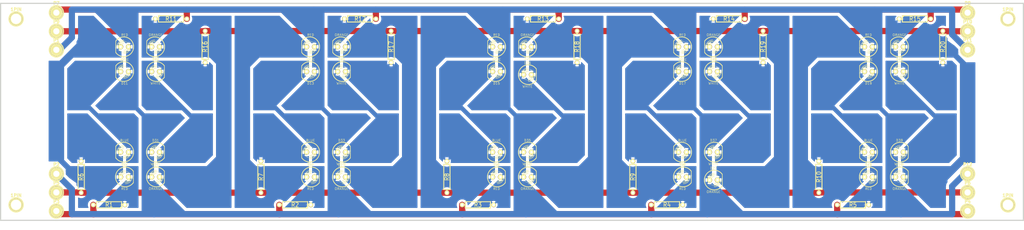
<source format=kicad_pcb>
(kicad_pcb (version 3) (host pcbnew "(22-Jun-2014 BZR 4027)-stable")
  (layers (15 Front signal) (0 Back signal) (18 B.Paste user) (19 F.Paste user) (20 B.SilkS user) (21 F.SilkS user) (22 B.Mask user) (23 F.Mask user) (28 Edge.Cuts user))
  (net 0 "")
  (net 1 /+12V)
  (net 2 /BLUE)
  (net 3 /ORANGE)
  (net 4 /RED)
  (net 5 /WHITE)
  (net 6 N-000001)
  (net 7 N-0000010)
  (net 8 N-0000011)
  (net 9 N-0000012)
  (net 10 N-0000013)
  (net 11 N-0000014)
  (net 12 N-0000015)
  (net 13 N-0000016)
  (net 14 N-0000017)
  (net 15 N-0000018)
  (net 16 N-000002)
  (net 17 N-0000020)
  (net 18 N-0000021)
  (net 19 N-0000022)
  (net 20 N-0000023)
  (net 21 N-0000024)
  (net 22 N-0000025)
  (net 23 N-0000026)
  (net 24 N-0000027)
  (net 25 N-0000028)
  (net 26 N-0000029)
  (net 27 N-000003)
  (net 28 N-0000030)
  (net 29 N-0000031)
  (net 30 N-0000032)
  (net 31 N-0000033)
  (net 32 N-0000034)
  (net 33 N-0000035)
  (net 34 N-0000036)
  (net 35 N-0000037)
  (net 36 N-0000038)
  (net 37 N-0000039)
  (net 38 N-000004)
  (net 39 N-0000040)
  (net 40 N-0000041)
  (net 41 N-000005)
  (net 42 N-000006)
  (net 43 N-000007)
  (net 44 N-000008)
  (net 45 N-000009)
  (module 1pin (layer Front) (at 325 65)
    (fp_text reference 1PIN (at 0 -3.048) (layer F.SilkS) (effects (font (size 1.016 1.016) (thickness 0.254))))
    (fp_text value P*** hide)
    (pad "" np_thru_hole circle (at 0 0) (size 4.064 4.064) (drill 3.3) (layers *.Cu *.Mask F.SilkS))
  )
  (module 1pin (layer Front) (at 325 5)
    (fp_text reference 1PIN (at 0 -3.048) (layer F.SilkS) (effects (font (size 1.016 1.016) (thickness 0.254))))
    (fp_text value P*** hide)
    (pad "" np_thru_hole circle (at 0 0) (size 4.064 4.064) (drill 3.3) (layers *.Cu *.Mask F.SilkS))
  )
  (module 1pin (layer Front) (at 5 65)
    (fp_text reference 1PIN (at 0 -3.048) (layer F.SilkS) (effects (font (size 1.016 1.016) (thickness 0.254))))
    (fp_text value P*** hide)
    (pad "" np_thru_hole circle (at 0 0) (size 4.064 4.064) (drill 3.3) (layers *.Cu *.Mask F.SilkS))
  )
  (module 1pin (layer Front) (at 5 5)
    (fp_text reference 1PIN (at 0 -3.048) (layer F.SilkS) (effects (font (size 1.016 1.016) (thickness 0.254))))
    (fp_text value P*** hide)
    (pad "" np_thru_hole circle (at 0 0) (size 4.064 4.064) (drill 3.3) (layers *.Cu *.Mask F.SilkS))
  )
  (module LED-5MM (layer Front) (at 280 56)
    (fp_text reference D10 (at 0 -3.81) (layer F.SilkS) (effects (font (size 0.762 0.762) (thickness 0.0889))))
    (fp_text value RED (at 0 3.81) (layer F.SilkS) (effects (font (size 0.762 0.762) (thickness 0.0889))))
    (pad 1 thru_hole circle (at -1.27 0) (size 1.6764 1.6764) (drill 0.8128) (layers *.Cu *.Mask F.SilkS) (net 9 N-0000012))
    (pad 2 thru_hole circle (at 1.27 0) (size 1.6764 1.6764) (drill 0.8128) (layers *.Cu *.Mask F.SilkS) (net 15 N-0000018))
  )
  (module LED-5MM (layer Front) (at 220 14 180)
    (fp_text reference D7 (at 0 -3.81 180) (layer F.SilkS) (effects (font (size 0.762 0.762) (thickness 0.0889))))
    (fp_text value RED (at 0 3.81 180) (layer F.SilkS) (effects (font (size 0.762 0.762) (thickness 0.0889))))
    (pad 1 thru_hole circle (at -1.27 0 180) (size 1.6764 1.6764) (drill 0.8128) (layers *.Cu *.Mask F.SilkS) (net 1 /+12V))
    (pad 2 thru_hole circle (at 1.27 0 180) (size 1.6764 1.6764) (drill 0.8128) (layers *.Cu *.Mask F.SilkS) (net 10 N-0000013))
  )
  (module LED-5MM (layer Front) (at 290 14 180)
    (fp_text reference D30 (at 0 -3.81 180) (layer F.SilkS) (effects (font (size 0.762 0.762) (thickness 0.0889))))
    (fp_text value ORANGE (at 0 3.81 180) (layer F.SilkS) (effects (font (size 0.762 0.762) (thickness 0.0889))))
    (pad 1 thru_hole circle (at -1.27 0 180) (size 1.6764 1.6764) (drill 0.8128) (layers *.Cu *.Mask F.SilkS) (net 7 N-0000010))
    (pad 2 thru_hole circle (at 1.27 0 180) (size 1.6764 1.6764) (drill 0.8128) (layers *.Cu *.Mask F.SilkS) (net 45 N-000009))
  )
  (module LED-5MM (layer Front) (at 220 56)
    (fp_text reference D8 (at 0 -3.81) (layer F.SilkS) (effects (font (size 0.762 0.762) (thickness 0.0889))))
    (fp_text value RED (at 0 3.81) (layer F.SilkS) (effects (font (size 0.762 0.762) (thickness 0.0889))))
    (pad 1 thru_hole circle (at -1.27 0) (size 1.6764 1.6764) (drill 0.8128) (layers *.Cu *.Mask F.SilkS) (net 10 N-0000013))
    (pad 2 thru_hole circle (at 1.27 0) (size 1.6764 1.6764) (drill 0.8128) (layers *.Cu *.Mask F.SilkS) (net 11 N-0000014))
  )
  (module LED-5MM (layer Front) (at 220 48 180)
    (fp_text reference D18 (at 0 -3.81 180) (layer F.SilkS) (effects (font (size 0.762 0.762) (thickness 0.0889))))
    (fp_text value BLUE (at 0 3.81 180) (layer F.SilkS) (effects (font (size 0.762 0.762) (thickness 0.0889))))
    (pad 1 thru_hole circle (at -1.27 0 180) (size 1.6764 1.6764) (drill 0.8128) (layers *.Cu *.Mask F.SilkS) (net 12 N-0000015))
    (pad 2 thru_hole circle (at 1.27 0 180) (size 1.6764 1.6764) (drill 0.8128) (layers *.Cu *.Mask F.SilkS) (net 13 N-0000016))
  )
  (module LED-5MM (layer Front) (at 220 22 180)
    (fp_text reference D17 (at 0 -3.81 180) (layer F.SilkS) (effects (font (size 0.762 0.762) (thickness 0.0889))))
    (fp_text value BLUE (at 0 3.81 180) (layer F.SilkS) (effects (font (size 0.762 0.762) (thickness 0.0889))))
    (pad 1 thru_hole circle (at -1.27 0 180) (size 1.6764 1.6764) (drill 0.8128) (layers *.Cu *.Mask F.SilkS) (net 1 /+12V))
    (pad 2 thru_hole circle (at 1.27 0 180) (size 1.6764 1.6764) (drill 0.8128) (layers *.Cu *.Mask F.SilkS) (net 12 N-0000015))
  )
  (module LED-5MM (layer Front) (at 290 56)
    (fp_text reference D29 (at 0 -3.81) (layer F.SilkS) (effects (font (size 0.762 0.762) (thickness 0.0889))))
    (fp_text value ORANGE (at 0 3.81) (layer F.SilkS) (effects (font (size 0.762 0.762) (thickness 0.0889))))
    (pad 1 thru_hole circle (at -1.27 0) (size 1.6764 1.6764) (drill 0.8128) (layers *.Cu *.Mask F.SilkS) (net 1 /+12V))
    (pad 2 thru_hole circle (at 1.27 0) (size 1.6764 1.6764) (drill 0.8128) (layers *.Cu *.Mask F.SilkS) (net 7 N-0000010))
  )
  (module LED-5MM (layer Front) (at 280 22 180)
    (fp_text reference D19 (at 0 -3.81 180) (layer F.SilkS) (effects (font (size 0.762 0.762) (thickness 0.0889))))
    (fp_text value BLUE (at 0 3.81 180) (layer F.SilkS) (effects (font (size 0.762 0.762) (thickness 0.0889))))
    (pad 1 thru_hole circle (at -1.27 0 180) (size 1.6764 1.6764) (drill 0.8128) (layers *.Cu *.Mask F.SilkS) (net 1 /+12V))
    (pad 2 thru_hole circle (at 1.27 0 180) (size 1.6764 1.6764) (drill 0.8128) (layers *.Cu *.Mask F.SilkS) (net 8 N-0000011))
  )
  (module LED-5MM (layer Front) (at 230 57)
    (fp_text reference D27 (at 0 -3.81) (layer F.SilkS) (effects (font (size 0.762 0.762) (thickness 0.0889))))
    (fp_text value ORANGE (at 0 3.81) (layer F.SilkS) (effects (font (size 0.762 0.762) (thickness 0.0889))))
    (pad 1 thru_hole circle (at -1.27 0) (size 1.6764 1.6764) (drill 0.8128) (layers *.Cu *.Mask F.SilkS) (net 1 /+12V))
    (pad 2 thru_hole circle (at 1.27 0) (size 1.6764 1.6764) (drill 0.8128) (layers *.Cu *.Mask F.SilkS) (net 43 N-000007))
  )
  (module LED-5MM (layer Front) (at 280 48 180)
    (fp_text reference D20 (at 0 -3.81 180) (layer F.SilkS) (effects (font (size 0.762 0.762) (thickness 0.0889))))
    (fp_text value BLUE (at 0 3.81 180) (layer F.SilkS) (effects (font (size 0.762 0.762) (thickness 0.0889))))
    (pad 1 thru_hole circle (at -1.27 0 180) (size 1.6764 1.6764) (drill 0.8128) (layers *.Cu *.Mask F.SilkS) (net 8 N-0000011))
    (pad 2 thru_hole circle (at 1.27 0 180) (size 1.6764 1.6764) (drill 0.8128) (layers *.Cu *.Mask F.SilkS) (net 14 N-0000017))
  )
  (module LED-5MM (layer Front) (at 110 14 180)
    (fp_text reference D24 (at 0 -3.81 180) (layer F.SilkS) (effects (font (size 0.762 0.762) (thickness 0.0889))))
    (fp_text value ORANGE (at 0 3.81 180) (layer F.SilkS) (effects (font (size 0.762 0.762) (thickness 0.0889))))
    (pad 1 thru_hole circle (at -1.27 0 180) (size 1.6764 1.6764) (drill 0.8128) (layers *.Cu *.Mask F.SilkS) (net 6 N-000001))
    (pad 2 thru_hole circle (at 1.27 0 180) (size 1.6764 1.6764) (drill 0.8128) (layers *.Cu *.Mask F.SilkS) (net 16 N-000002))
  )
  (module LED-5MM (layer Front) (at 230 14 180)
    (fp_text reference D28 (at 0 -3.81 180) (layer F.SilkS) (effects (font (size 0.762 0.762) (thickness 0.0889))))
    (fp_text value ORANGE (at 0 3.81 180) (layer F.SilkS) (effects (font (size 0.762 0.762) (thickness 0.0889))))
    (pad 1 thru_hole circle (at -1.27 0 180) (size 1.6764 1.6764) (drill 0.8128) (layers *.Cu *.Mask F.SilkS) (net 43 N-000007))
    (pad 2 thru_hole circle (at 1.27 0 180) (size 1.6764 1.6764) (drill 0.8128) (layers *.Cu *.Mask F.SilkS) (net 44 N-000008))
  )
  (module LED-5MM (layer Front) (at 110 56)
    (fp_text reference D23 (at 0 -3.81) (layer F.SilkS) (effects (font (size 0.762 0.762) (thickness 0.0889))))
    (fp_text value ORANGE (at 0 3.81) (layer F.SilkS) (effects (font (size 0.762 0.762) (thickness 0.0889))))
    (pad 1 thru_hole circle (at -1.27 0) (size 1.6764 1.6764) (drill 0.8128) (layers *.Cu *.Mask F.SilkS) (net 1 /+12V))
    (pad 2 thru_hole circle (at 1.27 0) (size 1.6764 1.6764) (drill 0.8128) (layers *.Cu *.Mask F.SilkS) (net 6 N-000001))
  )
  (module LED-5MM (layer Front) (at 50 56)
    (fp_text reference D21 (at 0 -3.81) (layer F.SilkS) (effects (font (size 0.762 0.762) (thickness 0.0889))))
    (fp_text value ORANGE (at 0 3.81) (layer F.SilkS) (effects (font (size 0.762 0.762) (thickness 0.0889))))
    (pad 1 thru_hole circle (at -1.27 0) (size 1.6764 1.6764) (drill 0.8128) (layers *.Cu *.Mask F.SilkS) (net 1 /+12V))
    (pad 2 thru_hole circle (at 1.27 0) (size 1.6764 1.6764) (drill 0.8128) (layers *.Cu *.Mask F.SilkS) (net 38 N-000004))
  )
  (module LED-5MM (layer Front) (at 170 14 180)
    (fp_text reference D26 (at 0 -3.81 180) (layer F.SilkS) (effects (font (size 0.762 0.762) (thickness 0.0889))))
    (fp_text value ORANGE (at 0 3.81 180) (layer F.SilkS) (effects (font (size 0.762 0.762) (thickness 0.0889))))
    (pad 1 thru_hole circle (at -1.27 0 180) (size 1.6764 1.6764) (drill 0.8128) (layers *.Cu *.Mask F.SilkS) (net 42 N-000006))
    (pad 2 thru_hole circle (at 1.27 0 180) (size 1.6764 1.6764) (drill 0.8128) (layers *.Cu *.Mask F.SilkS) (net 41 N-000005))
  )
  (module LED-5MM (layer Front) (at 50 14 180)
    (fp_text reference D22 (at 0 -3.81 180) (layer F.SilkS) (effects (font (size 0.762 0.762) (thickness 0.0889))))
    (fp_text value ORANGE (at 0 3.81 180) (layer F.SilkS) (effects (font (size 0.762 0.762) (thickness 0.0889))))
    (pad 1 thru_hole circle (at -1.27 0 180) (size 1.6764 1.6764) (drill 0.8128) (layers *.Cu *.Mask F.SilkS) (net 38 N-000004))
    (pad 2 thru_hole circle (at 1.27 0 180) (size 1.6764 1.6764) (drill 0.8128) (layers *.Cu *.Mask F.SilkS) (net 27 N-000003))
  )
  (module LED-5MM (layer Front) (at 170 56)
    (fp_text reference D25 (at 0 -3.81) (layer F.SilkS) (effects (font (size 0.762 0.762) (thickness 0.0889))))
    (fp_text value ORANGE (at 0 3.81) (layer F.SilkS) (effects (font (size 0.762 0.762) (thickness 0.0889))))
    (pad 1 thru_hole circle (at -1.27 0) (size 1.6764 1.6764) (drill 0.8128) (layers *.Cu *.Mask F.SilkS) (net 1 /+12V))
    (pad 2 thru_hole circle (at 1.27 0) (size 1.6764 1.6764) (drill 0.8128) (layers *.Cu *.Mask F.SilkS) (net 42 N-000006))
  )
  (module LED-5MM (layer Front) (at 110 22)
    (fp_text reference D34 (at 0 -3.81) (layer F.SilkS) (effects (font (size 0.762 0.762) (thickness 0.0889))))
    (fp_text value WHITE (at 0 3.81) (layer F.SilkS) (effects (font (size 0.762 0.762) (thickness 0.0889))))
    (pad 1 thru_hole circle (at -1.27 0) (size 1.6764 1.6764) (drill 0.8128) (layers *.Cu *.Mask F.SilkS) (net 18 N-0000021))
    (pad 2 thru_hole circle (at 1.27 0) (size 1.6764 1.6764) (drill 0.8128) (layers *.Cu *.Mask F.SilkS) (net 17 N-0000020))
  )
  (module LED-5MM (layer Front) (at 110 48)
    (fp_text reference D33 (at 0 -3.81) (layer F.SilkS) (effects (font (size 0.762 0.762) (thickness 0.0889))))
    (fp_text value WHITE (at 0 3.81) (layer F.SilkS) (effects (font (size 0.762 0.762) (thickness 0.0889))))
    (pad 1 thru_hole circle (at -1.27 0) (size 1.6764 1.6764) (drill 0.8128) (layers *.Cu *.Mask F.SilkS) (net 1 /+12V))
    (pad 2 thru_hole circle (at 1.27 0) (size 1.6764 1.6764) (drill 0.8128) (layers *.Cu *.Mask F.SilkS) (net 18 N-0000021))
  )
  (module LED-5MM (layer Front) (at 50 48)
    (fp_text reference D31 (at 0 -3.81) (layer F.SilkS) (effects (font (size 0.762 0.762) (thickness 0.0889))))
    (fp_text value WHITE (at 0 3.81) (layer F.SilkS) (effects (font (size 0.762 0.762) (thickness 0.0889))))
    (pad 1 thru_hole circle (at -1.27 0) (size 1.6764 1.6764) (drill 0.8128) (layers *.Cu *.Mask F.SilkS) (net 1 /+12V))
    (pad 2 thru_hole circle (at 1.27 0) (size 1.6764 1.6764) (drill 0.8128) (layers *.Cu *.Mask F.SilkS) (net 19 N-0000022))
  )
  (module LED-5MM (layer Front) (at 50 22)
    (fp_text reference D32 (at 0 -3.81) (layer F.SilkS) (effects (font (size 0.762 0.762) (thickness 0.0889))))
    (fp_text value WHITE (at 0 3.81) (layer F.SilkS) (effects (font (size 0.762 0.762) (thickness 0.0889))))
    (pad 1 thru_hole circle (at -1.27 0) (size 1.6764 1.6764) (drill 0.8128) (layers *.Cu *.Mask F.SilkS) (net 19 N-0000022))
    (pad 2 thru_hole circle (at 1.27 0) (size 1.6764 1.6764) (drill 0.8128) (layers *.Cu *.Mask F.SilkS) (net 20 N-0000023))
  )
  (module LED-5MM (layer Front) (at 170 48)
    (fp_text reference D35 (at 0 -3.81) (layer F.SilkS) (effects (font (size 0.762 0.762) (thickness 0.0889))))
    (fp_text value WHITE (at 0 3.81) (layer F.SilkS) (effects (font (size 0.762 0.762) (thickness 0.0889))))
    (pad 1 thru_hole circle (at -1.27 0) (size 1.6764 1.6764) (drill 0.8128) (layers *.Cu *.Mask F.SilkS) (net 1 /+12V))
    (pad 2 thru_hole circle (at 1.27 0) (size 1.6764 1.6764) (drill 0.8128) (layers *.Cu *.Mask F.SilkS) (net 21 N-0000024))
  )
  (module LED-5MM (layer Front) (at 170 23)
    (fp_text reference D36 (at 0 -3.81) (layer F.SilkS) (effects (font (size 0.762 0.762) (thickness 0.0889))))
    (fp_text value WHITE (at 0 3.81) (layer F.SilkS) (effects (font (size 0.762 0.762) (thickness 0.0889))))
    (pad 1 thru_hole circle (at -1.27 0) (size 1.6764 1.6764) (drill 0.8128) (layers *.Cu *.Mask F.SilkS) (net 21 N-0000024))
    (pad 2 thru_hole circle (at 1.27 0) (size 1.6764 1.6764) (drill 0.8128) (layers *.Cu *.Mask F.SilkS) (net 22 N-0000025))
  )
  (module LED-5MM (layer Front) (at 230 22)
    (fp_text reference D38 (at 0 -3.81) (layer F.SilkS) (effects (font (size 0.762 0.762) (thickness 0.0889))))
    (fp_text value WHITE (at 0 3.81) (layer F.SilkS) (effects (font (size 0.762 0.762) (thickness 0.0889))))
    (pad 1 thru_hole circle (at -1.27 0) (size 1.6764 1.6764) (drill 0.8128) (layers *.Cu *.Mask F.SilkS) (net 23 N-0000026))
    (pad 2 thru_hole circle (at 1.27 0) (size 1.6764 1.6764) (drill 0.8128) (layers *.Cu *.Mask F.SilkS) (net 24 N-0000027))
  )
  (module LED-5MM (layer Front) (at 230 48)
    (fp_text reference D37 (at 0 -3.81) (layer F.SilkS) (effects (font (size 0.762 0.762) (thickness 0.0889))))
    (fp_text value WHITE (at 0 3.81) (layer F.SilkS) (effects (font (size 0.762 0.762) (thickness 0.0889))))
    (pad 1 thru_hole circle (at -1.27 0) (size 1.6764 1.6764) (drill 0.8128) (layers *.Cu *.Mask F.SilkS) (net 1 /+12V))
    (pad 2 thru_hole circle (at 1.27 0) (size 1.6764 1.6764) (drill 0.8128) (layers *.Cu *.Mask F.SilkS) (net 23 N-0000026))
  )
  (module LED-5MM (layer Front) (at 290 48)
    (fp_text reference D39 (at 0 -3.81) (layer F.SilkS) (effects (font (size 0.762 0.762) (thickness 0.0889))))
    (fp_text value WHITE (at 0 3.81) (layer F.SilkS) (effects (font (size 0.762 0.762) (thickness 0.0889))))
    (pad 1 thru_hole circle (at -1.27 0) (size 1.6764 1.6764) (drill 0.8128) (layers *.Cu *.Mask F.SilkS) (net 1 /+12V))
    (pad 2 thru_hole circle (at 1.27 0) (size 1.6764 1.6764) (drill 0.8128) (layers *.Cu *.Mask F.SilkS) (net 25 N-0000028))
  )
  (module LED-5MM (layer Front) (at 290 22)
    (fp_text reference D40 (at 0 -3.81) (layer F.SilkS) (effects (font (size 0.762 0.762) (thickness 0.0889))))
    (fp_text value WHITE (at 0 3.81) (layer F.SilkS) (effects (font (size 0.762 0.762) (thickness 0.0889))))
    (pad 1 thru_hole circle (at -1.27 0) (size 1.6764 1.6764) (drill 0.8128) (layers *.Cu *.Mask F.SilkS) (net 25 N-0000028))
    (pad 2 thru_hole circle (at 1.27 0) (size 1.6764 1.6764) (drill 0.8128) (layers *.Cu *.Mask F.SilkS) (net 26 N-0000029))
  )
  (module LED-5MM (layer Front) (at 100 48 180)
    (fp_text reference D14 (at 0 -3.81 180) (layer F.SilkS) (effects (font (size 0.762 0.762) (thickness 0.0889))))
    (fp_text value BLUE (at 0 3.81 180) (layer F.SilkS) (effects (font (size 0.762 0.762) (thickness 0.0889))))
    (pad 1 thru_hole circle (at -1.27 0 180) (size 1.6764 1.6764) (drill 0.8128) (layers *.Cu *.Mask F.SilkS) (net 28 N-0000030))
    (pad 2 thru_hole circle (at 1.27 0 180) (size 1.6764 1.6764) (drill 0.8128) (layers *.Cu *.Mask F.SilkS) (net 29 N-0000031))
  )
  (module LED-5MM (layer Front) (at 100 22 180)
    (fp_text reference D13 (at 0 -3.81 180) (layer F.SilkS) (effects (font (size 0.762 0.762) (thickness 0.0889))))
    (fp_text value BLUE (at 0 3.81 180) (layer F.SilkS) (effects (font (size 0.762 0.762) (thickness 0.0889))))
    (pad 1 thru_hole circle (at -1.27 0 180) (size 1.6764 1.6764) (drill 0.8128) (layers *.Cu *.Mask F.SilkS) (net 1 /+12V))
    (pad 2 thru_hole circle (at 1.27 0 180) (size 1.6764 1.6764) (drill 0.8128) (layers *.Cu *.Mask F.SilkS) (net 28 N-0000030))
  )
  (module LED-5MM (layer Front) (at 40 22 180)
    (fp_text reference D11 (at 0 -3.81 180) (layer F.SilkS) (effects (font (size 0.762 0.762) (thickness 0.0889))))
    (fp_text value BLUE (at 0 3.81 180) (layer F.SilkS) (effects (font (size 0.762 0.762) (thickness 0.0889))))
    (pad 1 thru_hole circle (at -1.27 0 180) (size 1.6764 1.6764) (drill 0.8128) (layers *.Cu *.Mask F.SilkS) (net 1 /+12V))
    (pad 2 thru_hole circle (at 1.27 0 180) (size 1.6764 1.6764) (drill 0.8128) (layers *.Cu *.Mask F.SilkS) (net 31 N-0000033))
  )
  (module LED-5MM (layer Front) (at 160 22 180)
    (fp_text reference D15 (at 0 -3.81 180) (layer F.SilkS) (effects (font (size 0.762 0.762) (thickness 0.0889))))
    (fp_text value BLUE (at 0 3.81 180) (layer F.SilkS) (effects (font (size 0.762 0.762) (thickness 0.0889))))
    (pad 1 thru_hole circle (at -1.27 0 180) (size 1.6764 1.6764) (drill 0.8128) (layers *.Cu *.Mask F.SilkS) (net 1 /+12V))
    (pad 2 thru_hole circle (at 1.27 0 180) (size 1.6764 1.6764) (drill 0.8128) (layers *.Cu *.Mask F.SilkS) (net 33 N-0000035))
  )
  (module LED-5MM (layer Front) (at 160 48 180)
    (fp_text reference D16 (at 0 -3.81 180) (layer F.SilkS) (effects (font (size 0.762 0.762) (thickness 0.0889))))
    (fp_text value BLUE (at 0 3.81 180) (layer F.SilkS) (effects (font (size 0.762 0.762) (thickness 0.0889))))
    (pad 1 thru_hole circle (at -1.27 0 180) (size 1.6764 1.6764) (drill 0.8128) (layers *.Cu *.Mask F.SilkS) (net 33 N-0000035))
    (pad 2 thru_hole circle (at 1.27 0 180) (size 1.6764 1.6764) (drill 0.8128) (layers *.Cu *.Mask F.SilkS) (net 32 N-0000034))
  )
  (module LED-5MM (layer Front) (at 160 56)
    (fp_text reference D6 (at 0 -3.81) (layer F.SilkS) (effects (font (size 0.762 0.762) (thickness 0.0889))))
    (fp_text value RED (at 0 3.81) (layer F.SilkS) (effects (font (size 0.762 0.762) (thickness 0.0889))))
    (pad 1 thru_hole circle (at -1.27 0) (size 1.6764 1.6764) (drill 0.8128) (layers *.Cu *.Mask F.SilkS) (net 34 N-0000036))
    (pad 2 thru_hole circle (at 1.27 0) (size 1.6764 1.6764) (drill 0.8128) (layers *.Cu *.Mask F.SilkS) (net 35 N-0000037))
  )
  (module LED-5MM (layer Front) (at 160 14 180)
    (fp_text reference D5 (at 0 -3.81 180) (layer F.SilkS) (effects (font (size 0.762 0.762) (thickness 0.0889))))
    (fp_text value RED (at 0 3.81 180) (layer F.SilkS) (effects (font (size 0.762 0.762) (thickness 0.0889))))
    (pad 1 thru_hole circle (at -1.27 0 180) (size 1.6764 1.6764) (drill 0.8128) (layers *.Cu *.Mask F.SilkS) (net 1 /+12V))
    (pad 2 thru_hole circle (at 1.27 0 180) (size 1.6764 1.6764) (drill 0.8128) (layers *.Cu *.Mask F.SilkS) (net 34 N-0000036))
  )
  (module LED-5MM (layer Front) (at 40 56)
    (fp_text reference D2 (at 0 -3.81) (layer F.SilkS) (effects (font (size 0.762 0.762) (thickness 0.0889))))
    (fp_text value RED (at 0 3.81) (layer F.SilkS) (effects (font (size 0.762 0.762) (thickness 0.0889))))
    (pad 1 thru_hole circle (at -1.27 0) (size 1.6764 1.6764) (drill 0.8128) (layers *.Cu *.Mask F.SilkS) (net 36 N-0000038))
    (pad 2 thru_hole circle (at 1.27 0) (size 1.6764 1.6764) (drill 0.8128) (layers *.Cu *.Mask F.SilkS) (net 37 N-0000039))
  )
  (module LED-5MM (layer Front) (at 40 14 180)
    (fp_text reference D1 (at 0 -3.81 180) (layer F.SilkS) (effects (font (size 0.762 0.762) (thickness 0.0889))))
    (fp_text value RED (at 0 3.81 180) (layer F.SilkS) (effects (font (size 0.762 0.762) (thickness 0.0889))))
    (pad 1 thru_hole circle (at -1.27 0 180) (size 1.6764 1.6764) (drill 0.8128) (layers *.Cu *.Mask F.SilkS) (net 1 /+12V))
    (pad 2 thru_hole circle (at 1.27 0 180) (size 1.6764 1.6764) (drill 0.8128) (layers *.Cu *.Mask F.SilkS) (net 36 N-0000038))
  )
  (module LED-5MM (layer Front) (at 100 14 180)
    (fp_text reference D3 (at 0 -3.81 180) (layer F.SilkS) (effects (font (size 0.762 0.762) (thickness 0.0889))))
    (fp_text value RED (at 0 3.81 180) (layer F.SilkS) (effects (font (size 0.762 0.762) (thickness 0.0889))))
    (pad 1 thru_hole circle (at -1.27 0 180) (size 1.6764 1.6764) (drill 0.8128) (layers *.Cu *.Mask F.SilkS) (net 1 /+12V))
    (pad 2 thru_hole circle (at 1.27 0 180) (size 1.6764 1.6764) (drill 0.8128) (layers *.Cu *.Mask F.SilkS) (net 40 N-0000041))
  )
  (module LED-5MM (layer Front) (at 100 56)
    (fp_text reference D4 (at 0 -3.81) (layer F.SilkS) (effects (font (size 0.762 0.762) (thickness 0.0889))))
    (fp_text value RED (at 0 3.81) (layer F.SilkS) (effects (font (size 0.762 0.762) (thickness 0.0889))))
    (pad 1 thru_hole circle (at -1.27 0) (size 1.6764 1.6764) (drill 0.8128) (layers *.Cu *.Mask F.SilkS) (net 40 N-0000041))
    (pad 2 thru_hole circle (at 1.27 0) (size 1.6764 1.6764) (drill 0.8128) (layers *.Cu *.Mask F.SilkS) (net 39 N-0000040))
  )
  (module LED-5MM (layer Front) (at 40 48 180)
    (fp_text reference D12 (at 0 -3.81 180) (layer F.SilkS) (effects (font (size 0.762 0.762) (thickness 0.0889))))
    (fp_text value BLUE (at 0 3.81 180) (layer F.SilkS) (effects (font (size 0.762 0.762) (thickness 0.0889))))
    (pad 1 thru_hole circle (at -1.27 0 180) (size 1.6764 1.6764) (drill 0.8128) (layers *.Cu *.Mask F.SilkS) (net 31 N-0000033))
    (pad 2 thru_hole circle (at 1.27 0 180) (size 1.6764 1.6764) (drill 0.8128) (layers *.Cu *.Mask F.SilkS) (net 30 N-0000032))
  )
  (module LED-5MM (layer Front) (at 280 14 180)
    (fp_text reference D9 (at 0 -3.81 180) (layer F.SilkS) (effects (font (size 0.762 0.762) (thickness 0.0889))))
    (fp_text value RED (at 0 3.81 180) (layer F.SilkS) (effects (font (size 0.762 0.762) (thickness 0.0889))))
    (pad 1 thru_hole circle (at -1.27 0 180) (size 1.6764 1.6764) (drill 0.8128) (layers *.Cu *.Mask F.SilkS) (net 1 /+12V))
    (pad 2 thru_hole circle (at 1.27 0 180) (size 1.6764 1.6764) (drill 0.8128) (layers *.Cu *.Mask F.SilkS) (net 9 N-0000012))
  )
  (module 1pin (layer Front) (at 312 9)
    (fp_text reference P10 (at 0 -3.048) (layer F.SilkS) (effects (font (size 1.016 1.016) (thickness 0.254))))
    (fp_text value CONNECTOR hide)
    (pad 1 thru_hole circle (at 0 0) (size 4.064 4.064) (drill 2) (layers *.Cu *.Mask F.SilkS) (net 5 /WHITE))
  )
  (module 1pin (layer Front) (at 18 9)
    (fp_text reference P9 (at 0 -3.048) (layer F.SilkS) (effects (font (size 1.016 1.016) (thickness 0.254))))
    (fp_text value CONNECTOR hide)
    (pad 1 thru_hole circle (at 0 0) (size 4.064 4.064) (drill 2) (layers *.Cu *.Mask F.SilkS) (net 5 /WHITE))
  )
  (module 1pin (layer Front) (at 312 3)
    (fp_text reference P8 (at 0 -3.048) (layer F.SilkS) (effects (font (size 1.016 1.016) (thickness 0.254))))
    (fp_text value CONNECTOR hide)
    (pad 1 thru_hole circle (at 0 0) (size 4.064 4.064) (drill 2) (layers *.Cu *.Mask F.SilkS) (net 3 /ORANGE))
  )
  (module 1pin (layer Front) (at 18 3)
    (fp_text reference P7 (at 0 -3.048) (layer F.SilkS) (effects (font (size 1.016 1.016) (thickness 0.254))))
    (fp_text value CONNECTOR hide)
    (pad 1 thru_hole circle (at 0 0) (size 4.064 4.064) (drill 2) (layers *.Cu *.Mask F.SilkS) (net 3 /ORANGE))
  )
  (module 1pin (layer Front) (at 312 61)
    (fp_text reference P6 (at 0 -3.048) (layer F.SilkS) (effects (font (size 1.016 1.016) (thickness 0.254))))
    (fp_text value CONNECTOR hide)
    (pad 1 thru_hole circle (at 0 0) (size 4.064 4.064) (drill 2) (layers *.Cu *.Mask F.SilkS) (net 2 /BLUE))
  )
  (module 1pin (layer Front) (at 18 61)
    (fp_text reference P5 (at 0 -3.048) (layer F.SilkS) (effects (font (size 1.016 1.016) (thickness 0.254))))
    (fp_text value CONNECTOR hide)
    (pad 1 thru_hole circle (at 0 0) (size 4.064 4.064) (drill 2) (layers *.Cu *.Mask F.SilkS) (net 2 /BLUE))
  )
  (module 1pin (layer Front) (at 312 67)
    (fp_text reference P4 (at 0 -3.048) (layer F.SilkS) (effects (font (size 1.016 1.016) (thickness 0.254))))
    (fp_text value CONNECTOR hide)
    (pad 1 thru_hole circle (at 0 0) (size 4.064 4.064) (drill 2) (layers *.Cu *.Mask F.SilkS) (net 4 /RED))
  )
  (module 1pin (layer Front) (at 18 67)
    (fp_text reference P3 (at 0 -3.048) (layer F.SilkS) (effects (font (size 1.016 1.016) (thickness 0.254))))
    (fp_text value CONNECTOR hide)
    (pad 1 thru_hole circle (at 0 0) (size 4.064 4.064) (drill 2) (layers *.Cu *.Mask F.SilkS) (net 4 /RED))
  )
  (module 1pin (layer Front) (at 18 55)
    (fp_text reference P2 (at 0 -3.048) (layer F.SilkS) (effects (font (size 1.016 1.016) (thickness 0.254))))
    (fp_text value CONNECTOR hide)
    (pad 1 thru_hole circle (at 0 0) (size 4.064 4.064) (drill 2) (layers *.Cu *.Mask F.SilkS) (net 1 /+12V))
  )
  (module 1pin (layer Front) (at 18 15)
    (fp_text reference P1 (at 0 -3.048) (layer F.SilkS) (effects (font (size 1.016 1.016) (thickness 0.254))))
    (fp_text value CONNECTOR hide)
    (pad 1 thru_hole circle (at 0 0) (size 4.064 4.064) (drill 2) (layers *.Cu *.Mask F.SilkS) (net 1 /+12V))
  )
  (module 1pin (layer Front) (at 312 15)
    (fp_text reference P11 (at 0 -3.048) (layer F.SilkS) (effects (font (size 1.016 1.016) (thickness 0.254))))
    (fp_text value CONNECTOR hide)
    (pad 1 thru_hole circle (at 0 0) (size 4.064 4.064) (drill 2) (layers *.Cu *.Mask F.SilkS) (net 1 /+12V))
  )
  (module 1pin (layer Front) (at 312 55)
    (fp_text reference P12 (at 0 -3.048) (layer F.SilkS) (effects (font (size 1.016 1.016) (thickness 0.254))))
    (fp_text value CONNECTOR hide)
    (pad 1 thru_hole circle (at 0 0) (size 4.064 4.064) (drill 2) (layers *.Cu *.Mask F.SilkS) (net 1 /+12V))
  )
  (module R4 (layer Front) (at 95 65 180)
    (fp_text reference R2 (at 0 0 180) (layer F.SilkS) (effects (font (size 1.397 1.27) (thickness 0.2032))))
    (fp_text value 68 hide)
    (pad 1 thru_hole circle (at -5.08 0 180) (size 1.524 1.524) (drill 0.8128) (layers *.Cu *.Mask F.SilkS) (net 39 N-0000040))
    (pad 2 thru_hole circle (at 5.08 0 180) (size 1.524 1.524) (drill 0.8128) (layers *.Cu *.Mask F.SilkS) (net 4 /RED))
  )
  (module R4 (layer Front) (at 295 5)
    (fp_text reference R15 (at 0 0) (layer F.SilkS) (effects (font (size 1.397 1.27) (thickness 0.2032))))
    (fp_text value 68 hide)
    (pad 1 thru_hole circle (at -5.08 0) (size 1.524 1.524) (drill 0.8128) (layers *.Cu *.Mask F.SilkS) (net 45 N-000009))
    (pad 2 thru_hole circle (at 5.08 0) (size 1.524 1.524) (drill 0.8128) (layers *.Cu *.Mask F.SilkS) (net 3 /ORANGE))
  )
  (module R4 (layer Front) (at 235 5)
    (fp_text reference R14 (at 0 0) (layer F.SilkS) (effects (font (size 1.397 1.27) (thickness 0.2032))))
    (fp_text value 68 hide)
    (pad 1 thru_hole circle (at -5.08 0) (size 1.524 1.524) (drill 0.8128) (layers *.Cu *.Mask F.SilkS) (net 44 N-000008))
    (pad 2 thru_hole circle (at 5.08 0) (size 1.524 1.524) (drill 0.8128) (layers *.Cu *.Mask F.SilkS) (net 3 /ORANGE))
  )
  (module R4 (layer Front) (at 175 5)
    (fp_text reference R13 (at 0 0) (layer F.SilkS) (effects (font (size 1.397 1.27) (thickness 0.2032))))
    (fp_text value 68 hide)
    (pad 1 thru_hole circle (at -5.08 0) (size 1.524 1.524) (drill 0.8128) (layers *.Cu *.Mask F.SilkS) (net 41 N-000005))
    (pad 2 thru_hole circle (at 5.08 0) (size 1.524 1.524) (drill 0.8128) (layers *.Cu *.Mask F.SilkS) (net 3 /ORANGE))
  )
  (module R4 (layer Front) (at 55 5)
    (fp_text reference R11 (at 0 0) (layer F.SilkS) (effects (font (size 1.397 1.27) (thickness 0.2032))))
    (fp_text value 68 hide)
    (pad 1 thru_hole circle (at -5.08 0) (size 1.524 1.524) (drill 0.8128) (layers *.Cu *.Mask F.SilkS) (net 27 N-000003))
    (pad 2 thru_hole circle (at 5.08 0) (size 1.524 1.524) (drill 0.8128) (layers *.Cu *.Mask F.SilkS) (net 3 /ORANGE))
  )
  (module R4 (layer Front) (at 116 5)
    (fp_text reference R12 (at 0 0) (layer F.SilkS) (effects (font (size 1.397 1.27) (thickness 0.2032))))
    (fp_text value 68 hide)
    (pad 1 thru_hole circle (at -5.08 0) (size 1.524 1.524) (drill 0.8128) (layers *.Cu *.Mask F.SilkS) (net 16 N-000002))
    (pad 2 thru_hole circle (at 5.08 0) (size 1.524 1.524) (drill 0.8128) (layers *.Cu *.Mask F.SilkS) (net 3 /ORANGE))
  )
  (module R4 (layer Front) (at 264 56 270)
    (fp_text reference R10 (at 0 0 270) (layer F.SilkS) (effects (font (size 1.397 1.27) (thickness 0.2032))))
    (fp_text value 68 hide)
    (pad 1 thru_hole circle (at -5.08 0 270) (size 1.524 1.524) (drill 0.8128) (layers *.Cu *.Mask F.SilkS) (net 14 N-0000017))
    (pad 2 thru_hole circle (at 5.08 0 270) (size 1.524 1.524) (drill 0.8128) (layers *.Cu *.Mask F.SilkS) (net 2 /BLUE))
  )
  (module R4 (layer Front) (at 204 56 270)
    (fp_text reference R9 (at 0 0 270) (layer F.SilkS) (effects (font (size 1.397 1.27) (thickness 0.2032))))
    (fp_text value 68 hide)
    (pad 1 thru_hole circle (at -5.08 0 270) (size 1.524 1.524) (drill 0.8128) (layers *.Cu *.Mask F.SilkS) (net 13 N-0000016))
    (pad 2 thru_hole circle (at 5.08 0 270) (size 1.524 1.524) (drill 0.8128) (layers *.Cu *.Mask F.SilkS) (net 2 /BLUE))
  )
  (module R4 (layer Front) (at 215 65 180)
    (fp_text reference R4 (at 0 0 180) (layer F.SilkS) (effects (font (size 1.397 1.27) (thickness 0.2032))))
    (fp_text value 68 hide)
    (pad 1 thru_hole circle (at -5.08 0 180) (size 1.524 1.524) (drill 0.8128) (layers *.Cu *.Mask F.SilkS) (net 11 N-0000014))
    (pad 2 thru_hole circle (at 5.08 0 180) (size 1.524 1.524) (drill 0.8128) (layers *.Cu *.Mask F.SilkS) (net 4 /RED))
  )
  (module R4 (layer Front) (at 275 65 180)
    (fp_text reference R5 (at 0 0 180) (layer F.SilkS) (effects (font (size 1.397 1.27) (thickness 0.2032))))
    (fp_text value 68 hide)
    (pad 1 thru_hole circle (at -5.08 0 180) (size 1.524 1.524) (drill 0.8128) (layers *.Cu *.Mask F.SilkS) (net 15 N-0000018))
    (pad 2 thru_hole circle (at 5.08 0 180) (size 1.524 1.524) (drill 0.8128) (layers *.Cu *.Mask F.SilkS) (net 4 /RED))
  )
  (module R4 (layer Front) (at 126 14 90)
    (fp_text reference R17 (at 0 0 90) (layer F.SilkS) (effects (font (size 1.397 1.27) (thickness 0.2032))))
    (fp_text value 68 hide)
    (pad 1 thru_hole circle (at -5.08 0 90) (size 1.524 1.524) (drill 0.8128) (layers *.Cu *.Mask F.SilkS) (net 17 N-0000020))
    (pad 2 thru_hole circle (at 5.08 0 90) (size 1.524 1.524) (drill 0.8128) (layers *.Cu *.Mask F.SilkS) (net 5 /WHITE))
  )
  (module R4 (layer Front) (at 35 65 180)
    (fp_text reference R1 (at 0 0 180) (layer F.SilkS) (effects (font (size 1.397 1.27) (thickness 0.2032))))
    (fp_text value 68 hide)
    (pad 1 thru_hole circle (at -5.08 0 180) (size 1.524 1.524) (drill 0.8128) (layers *.Cu *.Mask F.SilkS) (net 37 N-0000039))
    (pad 2 thru_hole circle (at 5.08 0 180) (size 1.524 1.524) (drill 0.8128) (layers *.Cu *.Mask F.SilkS) (net 4 /RED))
  )
  (module R4 (layer Front) (at 154 65 180)
    (fp_text reference R3 (at 0 0 180) (layer F.SilkS) (effects (font (size 1.397 1.27) (thickness 0.2032))))
    (fp_text value 68 hide)
    (pad 1 thru_hole circle (at -5.08 0 180) (size 1.524 1.524) (drill 0.8128) (layers *.Cu *.Mask F.SilkS) (net 35 N-0000037))
    (pad 2 thru_hole circle (at 5.08 0 180) (size 1.524 1.524) (drill 0.8128) (layers *.Cu *.Mask F.SilkS) (net 4 /RED))
  )
  (module R4 (layer Front) (at 144 56 270)
    (fp_text reference R8 (at 0 0 270) (layer F.SilkS) (effects (font (size 1.397 1.27) (thickness 0.2032))))
    (fp_text value 68 hide)
    (pad 1 thru_hole circle (at -5.08 0 270) (size 1.524 1.524) (drill 0.8128) (layers *.Cu *.Mask F.SilkS) (net 32 N-0000034))
    (pad 2 thru_hole circle (at 5.08 0 270) (size 1.524 1.524) (drill 0.8128) (layers *.Cu *.Mask F.SilkS) (net 2 /BLUE))
  )
  (module R4 (layer Front) (at 26 56 270)
    (fp_text reference R6 (at 0 0 270) (layer F.SilkS) (effects (font (size 1.397 1.27) (thickness 0.2032))))
    (fp_text value 68 hide)
    (pad 1 thru_hole circle (at -5.08 0 270) (size 1.524 1.524) (drill 0.8128) (layers *.Cu *.Mask F.SilkS) (net 30 N-0000032))
    (pad 2 thru_hole circle (at 5.08 0 270) (size 1.524 1.524) (drill 0.8128) (layers *.Cu *.Mask F.SilkS) (net 2 /BLUE))
  )
  (module R4 (layer Front) (at 84 56 270)
    (fp_text reference R7 (at 0 0 270) (layer F.SilkS) (effects (font (size 1.397 1.27) (thickness 0.2032))))
    (fp_text value 68 hide)
    (pad 1 thru_hole circle (at -5.08 0 270) (size 1.524 1.524) (drill 0.8128) (layers *.Cu *.Mask F.SilkS) (net 29 N-0000031))
    (pad 2 thru_hole circle (at 5.08 0 270) (size 1.524 1.524) (drill 0.8128) (layers *.Cu *.Mask F.SilkS) (net 2 /BLUE))
  )
  (module R4 (layer Front) (at 304 14 90)
    (fp_text reference R20 (at 0 0 90) (layer F.SilkS) (effects (font (size 1.397 1.27) (thickness 0.2032))))
    (fp_text value 68 hide)
    (pad 1 thru_hole circle (at -5.08 0 90) (size 1.524 1.524) (drill 0.8128) (layers *.Cu *.Mask F.SilkS) (net 26 N-0000029))
    (pad 2 thru_hole circle (at 5.08 0 90) (size 1.524 1.524) (drill 0.8128) (layers *.Cu *.Mask F.SilkS) (net 5 /WHITE))
  )
  (module R4 (layer Front) (at 246 14 90)
    (fp_text reference R19 (at 0 0 90) (layer F.SilkS) (effects (font (size 1.397 1.27) (thickness 0.2032))))
    (fp_text value 68 hide)
    (pad 1 thru_hole circle (at -5.08 0 90) (size 1.524 1.524) (drill 0.8128) (layers *.Cu *.Mask F.SilkS) (net 24 N-0000027))
    (pad 2 thru_hole circle (at 5.08 0 90) (size 1.524 1.524) (drill 0.8128) (layers *.Cu *.Mask F.SilkS) (net 5 /WHITE))
  )
  (module R4 (layer Front) (at 186 14 90)
    (fp_text reference R18 (at 0 0 90) (layer F.SilkS) (effects (font (size 1.397 1.27) (thickness 0.2032))))
    (fp_text value 68 hide)
    (pad 1 thru_hole circle (at -5.08 0 90) (size 1.524 1.524) (drill 0.8128) (layers *.Cu *.Mask F.SilkS) (net 22 N-0000025))
    (pad 2 thru_hole circle (at 5.08 0 90) (size 1.524 1.524) (drill 0.8128) (layers *.Cu *.Mask F.SilkS) (net 5 /WHITE))
  )
  (module R4 (layer Front) (at 66 14 90)
    (fp_text reference R16 (at 0 0 90) (layer F.SilkS) (effects (font (size 1.397 1.27) (thickness 0.2032))))
    (fp_text value 68 hide)
    (pad 1 thru_hole circle (at -5.08 0 90) (size 1.524 1.524) (drill 0.8128) (layers *.Cu *.Mask F.SilkS) (net 20 N-0000023))
    (pad 2 thru_hole circle (at 5.08 0 90) (size 1.524 1.524) (drill 0.8128) (layers *.Cu *.Mask F.SilkS) (net 5 /WHITE))
  )
  (gr_line (start 330 0) (end 0 0) (angle 90) (layer Edge.Cuts) (width 0.381))
  (gr_line (start 330 70) (end 330 0) (angle 90) (layer Edge.Cuts) (width 0.381))
  (gr_line (start 0 70) (end 330 70) (angle 90) (layer Edge.Cuts) (width 0.381))
  (gr_line (start 0 0) (end 0 70) (angle 90) (layer Edge.Cuts) (width 0.381))
  (segment (start 49.5 68) (end 49.5 65.5) (width 2) (layer Back) (net 1))
  (segment (start 109 68) (end 109 66) (width 2) (layer Back) (net 1))
  (segment (start 169.5 68) (end 169.5 66) (width 2) (layer Back) (net 1))
  (segment (start 228 68) (end 228 65.5) (width 2) (layer Back) (net 1))
  (segment (start 290.5 68) (end 290.5 66) (width 2) (layer Back) (net 1))
  (segment (start 290.5 66) (end 291 65.5) (width 2) (layer Back) (net 1))
  (segment (start 282 2) (end 282 5) (width 2) (layer Back) (net 1))
  (segment (start 219.5 2) (end 219.5 4) (width 2) (layer Back) (net 1))
  (segment (start 162 2) (end 162 4) (width 2) (layer Back) (net 1))
  (segment (start 101 2) (end 101 4) (width 2) (layer Back) (net 1))
  (segment (start 41 2) (end 41 4) (width 2) (layer Back) (net 1))
  (segment (start 307 2) (end 282 2) (width 2) (layer Back) (net 1))
  (segment (start 282 2) (end 219.5 2) (width 2) (layer Back) (net 1))
  (segment (start 219.5 2) (end 162 2) (width 2) (layer Back) (net 1))
  (segment (start 162 2) (end 101 2) (width 2) (layer Back) (net 1))
  (segment (start 101 2) (end 41 2) (width 2) (layer Back) (net 1))
  (segment (start 41 2) (end 23 2) (width 2) (layer Back) (net 1))
  (segment (start 307 10) (end 307 2) (width 2) (layer Back) (net 1))
  (segment (start 23 2) (end 23 11) (width 2) (layer Back) (net 1))
  (segment (start 23 11) (end 19 15) (width 2) (layer Back) (net 1))
  (segment (start 18 15) (end 19 15) (width 2) (layer Back) (net 1))
  (segment (start 307 10) (end 312 15) (width 2) (layer Back) (net 1))
  (segment (start 18 55) (end 22 59) (width 2) (layer Back) (net 1))
  (segment (start 22 59) (end 23 60) (width 2) (layer Back) (net 1))
  (segment (start 23 60) (end 23 68) (width 2) (layer Back) (net 1))
  (segment (start 23 68) (end 49.5 68) (width 2) (layer Back) (net 1))
  (segment (start 49.5 68) (end 109 68) (width 2) (layer Back) (net 1))
  (segment (start 109 68) (end 169.5 68) (width 2) (layer Back) (net 1))
  (segment (start 169.5 68) (end 228 68) (width 2) (layer Back) (net 1))
  (segment (start 228 68) (end 290.5 68) (width 2) (layer Back) (net 1))
  (segment (start 290.5 68) (end 307 68) (width 2) (layer Back) (net 1))
  (segment (start 307 68) (end 307 61) (width 2) (layer Back) (net 1))
  (segment (start 307 61) (end 307 59) (width 2) (layer Back) (net 1))
  (segment (start 307 59) (end 311 55) (width 2) (layer Back) (net 1))
  (segment (start 311 55) (end 312 55) (width 2) (layer Back) (net 1))
  (segment (start 84 61.08) (end 144 61.08) (width 2) (layer Front) (net 2))
  (segment (start 26 61.08) (end 84 61.08) (width 2) (layer Front) (net 2))
  (segment (start 18 61) (end 25.92 61) (width 2) (layer Front) (net 2))
  (segment (start 25.92 61) (end 26 61.08) (width 2) (layer Front) (net 2))
  (segment (start 144 61.08) (end 204 61.08) (width 2) (layer Front) (net 2))
  (segment (start 204 61.08) (end 264 61.08) (width 2) (layer Front) (net 2))
  (segment (start 264 61.08) (end 264.08 61) (width 2) (layer Front) (net 2))
  (segment (start 264.08 61) (end 312 61) (width 2) (layer Front) (net 2))
  (segment (start 300.08 5) (end 300.08 2) (width 2) (layer Front) (net 3))
  (segment (start 300.08 2) (end 300 2) (width 2) (layer Front) (net 3))
  (segment (start 240.08 5) (end 240.08 2) (width 2) (layer Front) (net 3))
  (segment (start 240.08 2) (end 240 2) (width 2) (layer Front) (net 3))
  (segment (start 180.08 5) (end 180.08 2) (width 2) (layer Front) (net 3))
  (segment (start 180 3) (end 180 2) (width 2) (layer Front) (net 3))
  (segment (start 180 2.08) (end 180 3) (width 2) (layer Front) (net 3))
  (segment (start 180.08 2) (end 180 2.08) (width 2) (layer Front) (net 3))
  (segment (start 121.08 5) (end 121.08 2) (width 2) (layer Front) (net 3))
  (segment (start 121.08 2) (end 121 2) (width 2) (layer Front) (net 3))
  (segment (start 60.08 5) (end 60.08 2) (width 2) (layer Front) (net 3))
  (segment (start 60.08 2) (end 60 2) (width 2) (layer Front) (net 3))
  (segment (start 23 2) (end 19 2) (width 2) (layer Front) (net 3))
  (segment (start 19 2) (end 18 3) (width 2) (layer Front) (net 3))
  (segment (start 311 2) (end 312 3) (width 2) (layer Front) (net 3))
  (segment (start 23 2) (end 60 2) (width 2) (layer Front) (net 3))
  (segment (start 60 2) (end 121 2) (width 2) (layer Front) (net 3))
  (segment (start 121 2) (end 180 2) (width 2) (layer Front) (net 3))
  (segment (start 180 2) (end 240 2) (width 2) (layer Front) (net 3))
  (segment (start 240 2) (end 300 2) (width 2) (layer Front) (net 3))
  (segment (start 300 2) (end 311 2) (width 2) (layer Front) (net 3))
  (segment (start 29.92 65) (end 29.92 68) (width 2) (layer Front) (net 4))
  (segment (start 30 67) (end 30 68) (width 2) (layer Front) (net 4))
  (segment (start 30 67.92) (end 30 67) (width 2) (layer Front) (net 4))
  (segment (start 29.92 68) (end 30 67.92) (width 2) (layer Front) (net 4))
  (segment (start 89.92 65) (end 89.92 68) (width 2) (layer Front) (net 4))
  (segment (start 90 67) (end 90 68) (width 2) (layer Front) (net 4))
  (segment (start 90 67.92) (end 90 67) (width 2) (layer Front) (net 4))
  (segment (start 89.92 68) (end 90 67.92) (width 2) (layer Front) (net 4))
  (segment (start 148.92 65) (end 148.92 68) (width 2) (layer Front) (net 4))
  (segment (start 149 67) (end 149 68) (width 2) (layer Front) (net 4))
  (segment (start 149 67.92) (end 149 67) (width 2) (layer Front) (net 4))
  (segment (start 148.92 68) (end 149 67.92) (width 2) (layer Front) (net 4))
  (segment (start 269.92 65) (end 269.92 68) (width 2) (layer Front) (net 4))
  (segment (start 269.92 68) (end 270 68) (width 2) (layer Front) (net 4))
  (segment (start 209.92 65) (end 209.92 68) (width 2) (layer Front) (net 4))
  (segment (start 210 67) (end 210 68) (width 2) (layer Front) (net 4))
  (segment (start 210 67.92) (end 210 67) (width 2) (layer Front) (net 4))
  (segment (start 209.92 68) (end 210 67.92) (width 2) (layer Front) (net 4))
  (segment (start 23 68) (end 19 68) (width 2) (layer Front) (net 4))
  (segment (start 19 68) (end 18 67) (width 2) (layer Front) (net 4))
  (segment (start 311 68) (end 312 67) (width 2) (layer Front) (net 4))
  (segment (start 23 68) (end 30 68) (width 2) (layer Front) (net 4))
  (segment (start 30 68) (end 90 68) (width 2) (layer Front) (net 4))
  (segment (start 90 68) (end 149 68) (width 2) (layer Front) (net 4))
  (segment (start 149 68) (end 210 68) (width 2) (layer Front) (net 4))
  (segment (start 210 68) (end 270 68) (width 2) (layer Front) (net 4))
  (segment (start 270 68) (end 311 68) (width 2) (layer Front) (net 4))
  (segment (start 312 9) (end 304.08 9) (width 2) (layer Front) (net 5))
  (segment (start 304.08 9) (end 304 8.92) (width 2) (layer Front) (net 5))
  (segment (start 304 8.92) (end 246 8.92) (width 2) (layer Front) (net 5))
  (segment (start 246 8.92) (end 186 8.92) (width 2) (layer Front) (net 5))
  (segment (start 186 8.92) (end 126 8.92) (width 2) (layer Front) (net 5))
  (segment (start 126 8.92) (end 66 8.92) (width 2) (layer Front) (net 5))
  (segment (start 66 8.92) (end 65.92 9) (width 2) (layer Front) (net 5))
  (segment (start 65.92 9) (end 18 9) (width 2) (layer Front) (net 5))
  (zone (net 30) (net_name N-0000032) (layer Back) (connect_pads (clearance 1)) (min_thickness 0.254) (fill (arc_segments 16) (thermal_gap 0.508) (thermal_bridge_width 0.508))
    (polygon (pts (xy 39.5 51.5) (xy 23 51.5) (xy 21.5 50) (xy 21.5 35.5) (xy 28 35.5) (xy 39.5 47)))
  )
  (zone (net 31) (net_name N-0000033) (layer Back) (connect_pads (clearance 1)) (min_thickness 0.254) (fill (arc_segments 16) (thermal_gap 0.508) (thermal_bridge_width 0.508))
    (polygon (pts (xy 44.5 51.5) (xy 40.5 51.5) (xy 40.5 46.5) (xy 28.5 34.5) (xy 21.5 34.5) (xy 21.5 21) (xy 24 18.5) (xy 39.5 18.5) (xy 39.5 22.5) (xy 29 33) (xy 31.5 35.5) (xy 43 35.5) (xy 44.5 37)))
  )
  (zone (net 36) (net_name N-0000038) (layer Back) (connect_pads (clearance 1)) (min_thickness 0.254) (fill (arc_segments 16) (thermal_gap 0.508) (thermal_bridge_width 0.508))
    (polygon (pts (xy 39.5 56.5) (xy 29.5 66.5) (xy 24.5 66.5) (xy 24.5 58) (xy 21 55.5) (xy 21 53.5) (xy 18.5 51) (xy 15.5 51) (xy 15.5 18.5) (xy 19 18.5) (xy 24.5 13) (xy 24.5 3.5) (xy 29.5 3.5) (xy 39 13) (xy 39 17.5) (xy 23.5 17.5) (xy 20.5 20.5) (xy 20.5 50.5) (xy 22.5 52.5) (xy 39.5 52.5)))
  )
  (zone (net 1) (net_name /+12V) (layer Back) (connect_pads (clearance 1)) (min_thickness 0.254) (fill (arc_segments 16) (thermal_gap 0.508) (thermal_bridge_width 0.508))
    (polygon (pts (xy 60.5 68) (xy 45.5 68) (xy 45.5 36.5) (xy 43.5 34.5) (xy 32 34.5) (xy 30.5 33) (xy 40.5 23) (xy 40.5 13) (xy 29.5 2) (xy 44.5 2) (xy 44.5 33.5) (xy 46.5 35.5) (xy 58 35.5) (xy 59.5 37) (xy 49.5 47) (xy 49.5 57) (xy 60.5 68)))
  )
  (zone (net 37) (net_name N-0000039) (layer Back) (connect_pads (clearance 1)) (min_thickness 0.254) (fill (arc_segments 16) (thermal_gap 0.508) (thermal_bridge_width 0.508))
    (polygon (pts (xy 44.5 66.5) (xy 31 66.5) (xy 40.5 57) (xy 40.5 52.5) (xy 44.5 52.5)))
  )
  (zone (net 26) (net_name N-0000029) (layer Back) (connect_pads (clearance 1)) (min_thickness 0.254) (fill (arc_segments 16) (thermal_gap 0.508) (thermal_bridge_width 0.508))
    (polygon (pts (xy 290.5 18.5) (xy 307 18.5) (xy 308.5 20) (xy 308.5 34.5) (xy 302 34.5) (xy 290.5 23)))
  )
  (zone (net 25) (net_name N-0000028) (layer Back) (connect_pads (clearance 1)) (min_thickness 0.254) (fill (arc_segments 16) (thermal_gap 0.508) (thermal_bridge_width 0.508))
    (polygon (pts (xy 285.5 18.5) (xy 289.5 18.5) (xy 289.5 23.5) (xy 301.5 35.5) (xy 308.5 35.5) (xy 308.5 49) (xy 306 51.5) (xy 290.5 51.5) (xy 290.5 47.5) (xy 301 37) (xy 298.5 34.5) (xy 287 34.5) (xy 285.5 33)))
  )
  (zone (net 7) (net_name N-0000010) (layer Back) (connect_pads (clearance 1)) (min_thickness 0.254) (fill (arc_segments 16) (thermal_gap 0.508) (thermal_bridge_width 0.508))
    (polygon (pts (xy 290.5 13.5) (xy 300.5 3.5) (xy 305.5 3.5) (xy 305.5 12) (xy 309 14.5) (xy 309 16.5) (xy 311.5 19) (xy 314.5 19) (xy 314.5 51.5) (xy 311 51.5) (xy 305.5 57) (xy 305.5 66.5) (xy 300.5 66.5) (xy 291 57) (xy 291 52.5) (xy 306.5 52.5) (xy 309.5 49.5) (xy 309.5 19.5) (xy 307.5 17.5) (xy 290.5 17.5)))
  )
  (zone (net 1) (net_name /+12V) (layer Back) (connect_pads (clearance 1)) (min_thickness 0.254) (fill (arc_segments 16) (thermal_gap 0.508) (thermal_bridge_width 0.508))
    (polygon (pts (xy 300.5 68) (xy 285.5 68) (xy 285.5 36.5) (xy 283.5 34.5) (xy 272 34.5) (xy 270.5 33) (xy 280.5 23) (xy 280.5 13) (xy 269.5 2) (xy 284.5 2) (xy 284.5 33.5) (xy 286.5 35.5) (xy 298 35.5) (xy 299.5 37) (xy 289.5 47) (xy 289.5 57) (xy 300.5 68)))
  )
  (zone (net 45) (net_name N-000009) (layer Back) (connect_pads (clearance 1)) (min_thickness 0.254) (fill (arc_segments 16) (thermal_gap 0.508) (thermal_bridge_width 0.508))
    (polygon (pts (xy 285.5 3.5) (xy 299 3.5) (xy 289.5 13) (xy 289.5 17.5) (xy 285.5 17.5)))
  )
  (zone (net 29) (net_name N-0000031) (layer Back) (connect_pads (clearance 1)) (min_thickness 0.254) (fill (arc_segments 16) (thermal_gap 0.508) (thermal_bridge_width 0.508))
    (polygon (pts (xy 99.5 51.5) (xy 83 51.5) (xy 81.5 50) (xy 81.5 35.5) (xy 88 35.5) (xy 99.5 47)))
  )
  (zone (net 28) (net_name N-0000030) (layer Back) (connect_pads (clearance 1)) (min_thickness 0.254) (fill (arc_segments 16) (thermal_gap 0.508) (thermal_bridge_width 0.508))
    (polygon (pts (xy 104.5 51.5) (xy 100.5 51.5) (xy 100.5 46.5) (xy 88.5 34.5) (xy 81.5 34.5) (xy 81.5 21) (xy 84 18.5) (xy 99.5 18.5) (xy 99.5 22.5) (xy 89 33) (xy 91.5 35.5) (xy 103 35.5) (xy 104.5 37)))
  )
  (zone (net 40) (net_name N-0000041) (layer Back) (connect_pads (clearance 1)) (min_thickness 0.254) (fill (arc_segments 16) (thermal_gap 0.508) (thermal_bridge_width 0.508))
    (polygon (pts (xy 99.5 56.5) (xy 89.5 66.5) (xy 75.5 66.5) (xy 75.5 51) (xy 75.5 18.5) (xy 75.5 3.5) (xy 89.5 3.5) (xy 99 13) (xy 99 17.5) (xy 83.5 17.5) (xy 80.5 20.5) (xy 80.5 50.5) (xy 82.5 52.5) (xy 99.5 52.5)))
  )
  (zone (net 1) (net_name /+12V) (layer Back) (connect_pads (clearance 1)) (min_thickness 0.254) (fill (arc_segments 16) (thermal_gap 0.508) (thermal_bridge_width 0.508))
    (polygon (pts (xy 120.5 68) (xy 105.5 68) (xy 105.5 36.5) (xy 103.5 34.5) (xy 92 34.5) (xy 90.5 33) (xy 100.5 23) (xy 100.5 13) (xy 89.5 2) (xy 104.5 2) (xy 104.5 33.5) (xy 106.5 35.5) (xy 118 35.5) (xy 119.5 37) (xy 109.5 47) (xy 109.5 57) (xy 120.5 68)))
  )
  (zone (net 39) (net_name N-0000040) (layer Back) (connect_pads (clearance 1)) (min_thickness 0.254) (fill (arc_segments 16) (thermal_gap 0.508) (thermal_bridge_width 0.508))
    (polygon (pts (xy 104.5 66.5) (xy 91 66.5) (xy 100.5 57) (xy 100.5 52.5) (xy 104.5 52.5)))
  )
  (zone (net 20) (net_name N-0000023) (layer Back) (connect_pads (clearance 1)) (min_thickness 0.254) (fill (arc_segments 16) (thermal_gap 0.508) (thermal_bridge_width 0.508))
    (polygon (pts (xy 50.5 18.5) (xy 67 18.5) (xy 68.5 20) (xy 68.5 34.5) (xy 62 34.5) (xy 50.5 23)))
  )
  (zone (net 19) (net_name N-0000022) (layer Back) (connect_pads (clearance 1)) (min_thickness 0.254) (fill (arc_segments 16) (thermal_gap 0.508) (thermal_bridge_width 0.508))
    (polygon (pts (xy 45.5 18.5) (xy 49.5 18.5) (xy 49.5 23.5) (xy 61.5 35.5) (xy 68.5 35.5) (xy 68.5 49) (xy 66 51.5) (xy 50.5 51.5) (xy 50.5 47.5) (xy 61 37) (xy 58.5 34.5) (xy 47 34.5) (xy 45.5 33)))
  )
  (zone (net 38) (net_name N-000004) (layer Back) (connect_pads (clearance 1)) (min_thickness 0.254) (fill (arc_segments 16) (thermal_gap 0.508) (thermal_bridge_width 0.508))
    (polygon (pts (xy 50.5 13.5) (xy 60.5 3.5) (xy 74.5 3.5) (xy 74.5 19) (xy 74.5 51.5) (xy 74.5 66.5) (xy 60.5 66.5) (xy 51 57) (xy 51 52.5) (xy 66.5 52.5) (xy 69.5 49.5) (xy 69.5 19.5) (xy 67.5 17.5) (xy 50.5 17.5)))
  )
  (zone (net 27) (net_name N-000003) (layer Back) (connect_pads (clearance 1)) (min_thickness 0.254) (fill (arc_segments 16) (thermal_gap 0.508) (thermal_bridge_width 0.508))
    (polygon (pts (xy 45.5 3.5) (xy 59 3.5) (xy 49.5 13) (xy 49.5 17.5) (xy 45.5 17.5)))
  )
  (zone (net 32) (net_name N-0000034) (layer Back) (connect_pads (clearance 1)) (min_thickness 0.254) (fill (arc_segments 16) (thermal_gap 0.508) (thermal_bridge_width 0.508))
    (polygon (pts (xy 159.5 51.5) (xy 143 51.5) (xy 141.5 50) (xy 141.5 35.5) (xy 148 35.5) (xy 159.5 47)))
  )
  (zone (net 33) (net_name N-0000035) (layer Back) (connect_pads (clearance 1)) (min_thickness 0.254) (fill (arc_segments 16) (thermal_gap 0.508) (thermal_bridge_width 0.508))
    (polygon (pts (xy 164.5 51.5) (xy 160.5 51.5) (xy 160.5 46.5) (xy 148.5 34.5) (xy 141.5 34.5) (xy 141.5 21) (xy 144 18.5) (xy 159.5 18.5) (xy 159.5 22.5) (xy 149 33) (xy 151.5 35.5) (xy 163 35.5) (xy 164.5 37)))
  )
  (zone (net 34) (net_name N-0000036) (layer Back) (connect_pads (clearance 1)) (min_thickness 0.254) (fill (arc_segments 16) (thermal_gap 0.508) (thermal_bridge_width 0.508))
    (polygon (pts (xy 159.5 56.5) (xy 149.5 66.5) (xy 135.5 66.5) (xy 135.5 51) (xy 135.5 18.5) (xy 135.5 3.5) (xy 149.5 3.5) (xy 159 13) (xy 159 17.5) (xy 143.5 17.5) (xy 140.5 20.5) (xy 140.5 50.5) (xy 142.5 52.5) (xy 159.5 52.5)))
  )
  (zone (net 1) (net_name /+12V) (layer Back) (connect_pads (clearance 1)) (min_thickness 0.254) (fill (arc_segments 16) (thermal_gap 0.508) (thermal_bridge_width 0.508))
    (polygon (pts (xy 180.5 68) (xy 165.5 68) (xy 165.5 36.5) (xy 163.5 34.5) (xy 152 34.5) (xy 150.5 33) (xy 160.5 23) (xy 160.5 13) (xy 149.5 2) (xy 164.5 2) (xy 164.5 33.5) (xy 166.5 35.5) (xy 178 35.5) (xy 179.5 37) (xy 169.5 47) (xy 169.5 57) (xy 180.5 68)))
  )
  (zone (net 35) (net_name N-0000037) (layer Back) (connect_pads (clearance 1)) (min_thickness 0.254) (fill (arc_segments 16) (thermal_gap 0.508) (thermal_bridge_width 0.508))
    (polygon (pts (xy 164.5 66.5) (xy 151 66.5) (xy 160.5 57) (xy 160.5 52.5) (xy 164.5 52.5)))
  )
  (zone (net 17) (net_name N-0000020) (layer Back) (connect_pads (clearance 1)) (min_thickness 0.254) (fill (arc_segments 16) (thermal_gap 0.508) (thermal_bridge_width 0.508))
    (polygon (pts (xy 110.5 18.5) (xy 127 18.5) (xy 128.5 20) (xy 128.5 34.5) (xy 122 34.5) (xy 110.5 23)))
  )
  (zone (net 18) (net_name N-0000021) (layer Back) (connect_pads (clearance 1)) (min_thickness 0.254) (fill (arc_segments 16) (thermal_gap 0.508) (thermal_bridge_width 0.508))
    (polygon (pts (xy 105.5 18.5) (xy 109.5 18.5) (xy 109.5 23.5) (xy 121.5 35.5) (xy 128.5 35.5) (xy 128.5 49) (xy 126 51.5) (xy 110.5 51.5) (xy 110.5 47.5) (xy 121 37) (xy 118.5 34.5) (xy 107 34.5) (xy 105.5 33)))
  )
  (zone (net 6) (net_name N-000001) (layer Back) (connect_pads (clearance 1)) (min_thickness 0.254) (fill (arc_segments 16) (thermal_gap 0.508) (thermal_bridge_width 0.508))
    (polygon (pts (xy 110.5 13.5) (xy 120.5 3.5) (xy 134.5 3.5) (xy 134.5 19) (xy 134.5 51.5) (xy 134.5 66.5) (xy 120.5 66.5) (xy 111 57) (xy 111 52.5) (xy 126.5 52.5) (xy 129.5 49.5) (xy 129.5 19.5) (xy 127.5 17.5) (xy 110.5 17.5)))
  )
  (zone (net 16) (net_name N-000002) (layer Back) (connect_pads (clearance 1)) (min_thickness 0.254) (fill (arc_segments 16) (thermal_gap 0.508) (thermal_bridge_width 0.508))
    (polygon (pts (xy 105.5 3.5) (xy 119 3.5) (xy 109.5 13) (xy 109.5 17.5) (xy 105.5 17.5)))
  )
  (zone (net 13) (net_name N-0000016) (layer Back) (connect_pads (clearance 1)) (min_thickness 0.254) (fill (arc_segments 16) (thermal_gap 0.508) (thermal_bridge_width 0.508))
    (polygon (pts (xy 219.5 51.5) (xy 203 51.5) (xy 201.5 50) (xy 201.5 35.5) (xy 208 35.5) (xy 219.5 47)))
  )
  (zone (net 12) (net_name N-0000015) (layer Back) (connect_pads (clearance 1)) (min_thickness 0.254) (fill (arc_segments 16) (thermal_gap 0.508) (thermal_bridge_width 0.508))
    (polygon (pts (xy 224.5 51.5) (xy 220.5 51.5) (xy 220.5 46.5) (xy 208.5 34.5) (xy 201.5 34.5) (xy 201.5 21) (xy 204 18.5) (xy 219.5 18.5) (xy 219.5 22.5) (xy 209 33) (xy 211.5 35.5) (xy 223 35.5) (xy 224.5 37)))
  )
  (zone (net 10) (net_name N-0000013) (layer Back) (connect_pads (clearance 1)) (min_thickness 0.254) (fill (arc_segments 16) (thermal_gap 0.508) (thermal_bridge_width 0.508))
    (polygon (pts (xy 219.5 56.5) (xy 209.5 66.5) (xy 195.5 66.5) (xy 195.5 51) (xy 195.5 18.5) (xy 195.5 3.5) (xy 209.5 3.5) (xy 219 13) (xy 219 17.5) (xy 203.5 17.5) (xy 200.5 20.5) (xy 200.5 50.5) (xy 202.5 52.5) (xy 219.5 52.5)))
  )
  (zone (net 1) (net_name /+12V) (layer Back) (connect_pads (clearance 1)) (min_thickness 0.254) (fill (arc_segments 16) (thermal_gap 0.508) (thermal_bridge_width 0.508))
    (polygon (pts (xy 240.5 68) (xy 225.5 68) (xy 225.5 36.5) (xy 223.5 34.5) (xy 212 34.5) (xy 210.5 33) (xy 220.5 23) (xy 220.5 13) (xy 209.5 2) (xy 224.5 2) (xy 224.5 33.5) (xy 226.5 35.5) (xy 238 35.5) (xy 239.5 37) (xy 229.5 47) (xy 229.5 57) (xy 240.5 68)))
  )
  (zone (net 11) (net_name N-0000014) (layer Back) (connect_pads (clearance 1)) (min_thickness 0.254) (fill (arc_segments 16) (thermal_gap 0.508) (thermal_bridge_width 0.508))
    (polygon (pts (xy 224.5 66.5) (xy 211 66.5) (xy 220.5 57) (xy 220.5 52.5) (xy 224.5 52.5)))
  )
  (zone (net 22) (net_name N-0000025) (layer Back) (connect_pads (clearance 1)) (min_thickness 0.254) (fill (arc_segments 16) (thermal_gap 0.508) (thermal_bridge_width 0.508))
    (polygon (pts (xy 170.5 18.5) (xy 187 18.5) (xy 188.5 20) (xy 188.5 34.5) (xy 182 34.5) (xy 170.5 23)))
  )
  (zone (net 21) (net_name N-0000024) (layer Back) (connect_pads (clearance 1)) (min_thickness 0.254) (fill (arc_segments 16) (thermal_gap 0.508) (thermal_bridge_width 0.508))
    (polygon (pts (xy 165.5 18.5) (xy 169.5 18.5) (xy 169.5 23.5) (xy 181.5 35.5) (xy 188.5 35.5) (xy 188.5 49) (xy 186 51.5) (xy 170.5 51.5) (xy 170.5 47.5) (xy 181 37) (xy 178.5 34.5) (xy 167 34.5) (xy 165.5 33)))
  )
  (zone (net 42) (net_name N-000006) (layer Back) (connect_pads (clearance 1)) (min_thickness 0.254) (fill (arc_segments 16) (thermal_gap 0.508) (thermal_bridge_width 0.508))
    (polygon (pts (xy 170.5 13.5) (xy 180.5 3.5) (xy 194.5 3.5) (xy 194.5 19) (xy 194.5 51.5) (xy 194.5 66.5) (xy 180.5 66.5) (xy 171 57) (xy 171 52.5) (xy 186.5 52.5) (xy 189.5 49.5) (xy 189.5 19.5) (xy 187.5 17.5) (xy 170.5 17.5)))
  )
  (zone (net 41) (net_name N-000005) (layer Back) (connect_pads (clearance 1)) (min_thickness 0.254) (fill (arc_segments 16) (thermal_gap 0.508) (thermal_bridge_width 0.508))
    (polygon (pts (xy 165.5 3.5) (xy 179 3.5) (xy 169.5 13) (xy 169.5 17.5) (xy 165.5 17.5)))
  )
  (zone (net 14) (net_name N-0000017) (layer Back) (connect_pads (clearance 1)) (min_thickness 0.254) (fill (arc_segments 16) (thermal_gap 0.508) (thermal_bridge_width 0.508))
    (polygon (pts (xy 279.5 51.5) (xy 263 51.5) (xy 261.5 50) (xy 261.5 35.5) (xy 268 35.5) (xy 279.5 47)))
  )
  (zone (net 8) (net_name N-0000011) (layer Back) (connect_pads (clearance 1)) (min_thickness 0.254) (fill (arc_segments 16) (thermal_gap 0.508) (thermal_bridge_width 0.508))
    (polygon (pts (xy 284.5 51.5) (xy 280.5 51.5) (xy 280.5 46.5) (xy 268.5 34.5) (xy 261.5 34.5) (xy 261.5 21) (xy 264 18.5) (xy 279.5 18.5) (xy 279.5 22.5) (xy 269 33) (xy 271.5 35.5) (xy 283 35.5) (xy 284.5 37)))
  )
  (zone (net 9) (net_name N-0000012) (layer Back) (connect_pads (clearance 1)) (min_thickness 0.254) (fill (arc_segments 16) (thermal_gap 0.508) (thermal_bridge_width 0.508))
    (polygon (pts (xy 279.5 56.5) (xy 269.5 66.5) (xy 255.5 66.5) (xy 255.5 51) (xy 255.5 18.5) (xy 255.5 3.5) (xy 269.5 3.5) (xy 279 13) (xy 279 17.5) (xy 263.5 17.5) (xy 260.5 20.5) (xy 260.5 50.5) (xy 262.5 52.5) (xy 279.5 52.5)))
  )
  (zone (net 15) (net_name N-0000018) (layer Back) (connect_pads (clearance 1)) (min_thickness 0.254) (fill (arc_segments 16) (thermal_gap 0.508) (thermal_bridge_width 0.508))
    (polygon (pts (xy 284.5 66.5) (xy 271 66.5) (xy 280.5 57) (xy 280.5 52.5) (xy 284.5 52.5)))
  )
  (zone (net 24) (net_name N-0000027) (layer Back) (connect_pads (clearance 1)) (min_thickness 0.254) (fill (arc_segments 16) (thermal_gap 0.508) (thermal_bridge_width 0.508))
    (polygon (pts (xy 230.5 18.5) (xy 247 18.5) (xy 248.5 20) (xy 248.5 34.5) (xy 242 34.5) (xy 230.5 23)))
  )
  (zone (net 23) (net_name N-0000026) (layer Back) (connect_pads (clearance 1)) (min_thickness 0.254) (fill (arc_segments 16) (thermal_gap 0.508) (thermal_bridge_width 0.508))
    (polygon (pts (xy 225.5 18.5) (xy 229.5 18.5) (xy 229.5 23.5) (xy 241.5 35.5) (xy 248.5 35.5) (xy 248.5 49) (xy 246 51.5) (xy 230.5 51.5) (xy 230.5 47.5) (xy 241 37) (xy 238.5 34.5) (xy 227 34.5) (xy 225.5 33)))
  )
  (zone (net 43) (net_name N-000007) (layer Back) (connect_pads (clearance 1)) (min_thickness 0.254) (fill (arc_segments 16) (thermal_gap 0.508) (thermal_bridge_width 0.508))
    (polygon (pts (xy 230.5 13.5) (xy 240.5 3.5) (xy 254.5 3.5) (xy 254.5 19) (xy 254.5 51.5) (xy 254.5 66.5) (xy 240.5 66.5) (xy 231 57) (xy 231 52.5) (xy 246.5 52.5) (xy 249.5 49.5) (xy 249.5 19.5) (xy 247.5 17.5) (xy 230.5 17.5)))
  )
  (zone (net 44) (net_name N-000008) (layer Back) (connect_pads (clearance 1)) (min_thickness 0.254) (fill (arc_segments 16) (thermal_gap 0.508) (thermal_bridge_width 0.508))
    (polygon (pts (xy 225.5 3.5) (xy 239 3.5) (xy 229.5 13) (xy 229.5 17.5) (xy 225.5 17.5)))
  )
)
</source>
